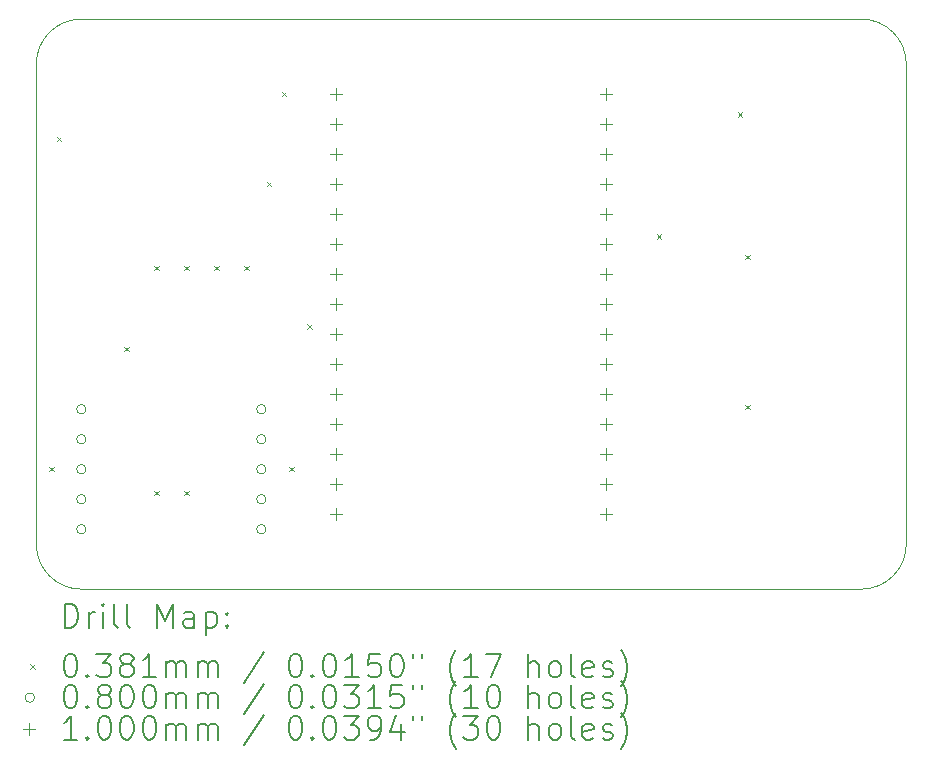
<source format=gbr>
%FSLAX45Y45*%
G04 Gerber Fmt 4.5, Leading zero omitted, Abs format (unit mm)*
G04 Created by KiCad (PCBNEW (5.99.0-9801-g46d71f0d23)) date 2021-03-18 00:24:44*
%MOMM*%
%LPD*%
G01*
G04 APERTURE LIST*
%TA.AperFunction,Profile*%
%ADD10C,0.100000*%
%TD*%
%ADD11C,0.200000*%
%ADD12C,0.038100*%
%ADD13C,0.080000*%
%ADD14C,0.100000*%
G04 APERTURE END LIST*
D10*
X23876000Y-3111500D02*
G75*
G03*
X23495000Y-2730500I-381000J0D01*
G01*
X23495000Y-2730500D02*
X16891000Y-2730500D01*
X23876000Y-7175500D02*
G75*
G02*
X23495000Y-7556500I-381000J0D01*
G01*
X23876000Y-7175500D02*
X23876000Y-3111500D01*
X16510000Y-3111500D02*
G75*
G02*
X16891000Y-2730500I381000J0D01*
G01*
X16891000Y-7556500D02*
X23495000Y-7556500D01*
X16891000Y-7556500D02*
G75*
G02*
X16510000Y-7175500I0J381000D01*
G01*
X16510000Y-3111500D02*
X16510000Y-7175500D01*
D11*
D12*
X16617950Y-6521450D02*
X16656050Y-6559550D01*
X16656050Y-6521450D02*
X16617950Y-6559550D01*
X16681450Y-3727450D02*
X16719550Y-3765550D01*
X16719550Y-3727450D02*
X16681450Y-3765550D01*
X17252950Y-5505450D02*
X17291050Y-5543550D01*
X17291050Y-5505450D02*
X17252950Y-5543550D01*
X17506950Y-4819650D02*
X17545050Y-4857750D01*
X17545050Y-4819650D02*
X17506950Y-4857750D01*
X17506950Y-6724650D02*
X17545050Y-6762750D01*
X17545050Y-6724650D02*
X17506950Y-6762750D01*
X17760950Y-4819650D02*
X17799050Y-4857750D01*
X17799050Y-4819650D02*
X17760950Y-4857750D01*
X17760950Y-6724650D02*
X17799050Y-6762750D01*
X17799050Y-6724650D02*
X17760950Y-6762750D01*
X18014950Y-4819650D02*
X18053050Y-4857750D01*
X18053050Y-4819650D02*
X18014950Y-4857750D01*
X18268950Y-4819650D02*
X18307050Y-4857750D01*
X18307050Y-4819650D02*
X18268950Y-4857750D01*
X18459450Y-4108450D02*
X18497550Y-4146550D01*
X18497550Y-4108450D02*
X18459450Y-4146550D01*
X18586450Y-3346450D02*
X18624550Y-3384550D01*
X18624550Y-3346450D02*
X18586450Y-3384550D01*
X18649950Y-6521450D02*
X18688050Y-6559550D01*
X18688050Y-6521450D02*
X18649950Y-6559550D01*
X18802350Y-5314950D02*
X18840450Y-5353050D01*
X18840450Y-5314950D02*
X18802350Y-5353050D01*
X21761450Y-4552950D02*
X21799550Y-4591050D01*
X21799550Y-4552950D02*
X21761450Y-4591050D01*
X22448450Y-3520450D02*
X22486550Y-3558550D01*
X22486550Y-3520450D02*
X22448450Y-3558550D01*
X22511950Y-4726950D02*
X22550050Y-4765050D01*
X22550050Y-4726950D02*
X22511950Y-4765050D01*
X22511950Y-5996950D02*
X22550050Y-6035050D01*
X22550050Y-5996950D02*
X22511950Y-6035050D01*
D13*
X16931000Y-6032500D02*
G75*
G03*
X16931000Y-6032500I-40000J0D01*
G01*
X16931000Y-6286500D02*
G75*
G03*
X16931000Y-6286500I-40000J0D01*
G01*
X16931000Y-6540500D02*
G75*
G03*
X16931000Y-6540500I-40000J0D01*
G01*
X16931000Y-6794500D02*
G75*
G03*
X16931000Y-6794500I-40000J0D01*
G01*
X16931000Y-7048500D02*
G75*
G03*
X16931000Y-7048500I-40000J0D01*
G01*
X18455000Y-6032500D02*
G75*
G03*
X18455000Y-6032500I-40000J0D01*
G01*
X18455000Y-6286500D02*
G75*
G03*
X18455000Y-6286500I-40000J0D01*
G01*
X18455000Y-6540500D02*
G75*
G03*
X18455000Y-6540500I-40000J0D01*
G01*
X18455000Y-6794500D02*
G75*
G03*
X18455000Y-6794500I-40000J0D01*
G01*
X18455000Y-7048500D02*
G75*
G03*
X18455000Y-7048500I-40000J0D01*
G01*
D14*
X19050000Y-3315500D02*
X19050000Y-3415500D01*
X19000000Y-3365500D02*
X19100000Y-3365500D01*
X19050000Y-3569500D02*
X19050000Y-3669500D01*
X19000000Y-3619500D02*
X19100000Y-3619500D01*
X19050000Y-3823500D02*
X19050000Y-3923500D01*
X19000000Y-3873500D02*
X19100000Y-3873500D01*
X19050000Y-4077500D02*
X19050000Y-4177500D01*
X19000000Y-4127500D02*
X19100000Y-4127500D01*
X19050000Y-4331500D02*
X19050000Y-4431500D01*
X19000000Y-4381500D02*
X19100000Y-4381500D01*
X19050000Y-4585500D02*
X19050000Y-4685500D01*
X19000000Y-4635500D02*
X19100000Y-4635500D01*
X19050000Y-4839500D02*
X19050000Y-4939500D01*
X19000000Y-4889500D02*
X19100000Y-4889500D01*
X19050000Y-5093500D02*
X19050000Y-5193500D01*
X19000000Y-5143500D02*
X19100000Y-5143500D01*
X19050000Y-5347500D02*
X19050000Y-5447500D01*
X19000000Y-5397500D02*
X19100000Y-5397500D01*
X19050000Y-5601500D02*
X19050000Y-5701500D01*
X19000000Y-5651500D02*
X19100000Y-5651500D01*
X19050000Y-5855500D02*
X19050000Y-5955500D01*
X19000000Y-5905500D02*
X19100000Y-5905500D01*
X19050000Y-6109500D02*
X19050000Y-6209500D01*
X19000000Y-6159500D02*
X19100000Y-6159500D01*
X19050000Y-6363500D02*
X19050000Y-6463500D01*
X19000000Y-6413500D02*
X19100000Y-6413500D01*
X19050000Y-6617500D02*
X19050000Y-6717500D01*
X19000000Y-6667500D02*
X19100000Y-6667500D01*
X19050000Y-6871500D02*
X19050000Y-6971500D01*
X19000000Y-6921500D02*
X19100000Y-6921500D01*
X21336000Y-3315500D02*
X21336000Y-3415500D01*
X21286000Y-3365500D02*
X21386000Y-3365500D01*
X21336000Y-3569500D02*
X21336000Y-3669500D01*
X21286000Y-3619500D02*
X21386000Y-3619500D01*
X21336000Y-3823500D02*
X21336000Y-3923500D01*
X21286000Y-3873500D02*
X21386000Y-3873500D01*
X21336000Y-4077500D02*
X21336000Y-4177500D01*
X21286000Y-4127500D02*
X21386000Y-4127500D01*
X21336000Y-4331500D02*
X21336000Y-4431500D01*
X21286000Y-4381500D02*
X21386000Y-4381500D01*
X21336000Y-4585500D02*
X21336000Y-4685500D01*
X21286000Y-4635500D02*
X21386000Y-4635500D01*
X21336000Y-4839500D02*
X21336000Y-4939500D01*
X21286000Y-4889500D02*
X21386000Y-4889500D01*
X21336000Y-5093500D02*
X21336000Y-5193500D01*
X21286000Y-5143500D02*
X21386000Y-5143500D01*
X21336000Y-5347500D02*
X21336000Y-5447500D01*
X21286000Y-5397500D02*
X21386000Y-5397500D01*
X21336000Y-5601500D02*
X21336000Y-5701500D01*
X21286000Y-5651500D02*
X21386000Y-5651500D01*
X21336000Y-5855500D02*
X21336000Y-5955500D01*
X21286000Y-5905500D02*
X21386000Y-5905500D01*
X21336000Y-6109500D02*
X21336000Y-6209500D01*
X21286000Y-6159500D02*
X21386000Y-6159500D01*
X21336000Y-6363500D02*
X21336000Y-6463500D01*
X21286000Y-6413500D02*
X21386000Y-6413500D01*
X21336000Y-6617500D02*
X21336000Y-6717500D01*
X21286000Y-6667500D02*
X21386000Y-6667500D01*
X21336000Y-6871500D02*
X21336000Y-6971500D01*
X21286000Y-6921500D02*
X21386000Y-6921500D01*
D11*
X16752619Y-7881976D02*
X16752619Y-7681976D01*
X16800238Y-7681976D01*
X16828810Y-7691500D01*
X16847857Y-7710548D01*
X16857381Y-7729595D01*
X16866905Y-7767690D01*
X16866905Y-7796262D01*
X16857381Y-7834357D01*
X16847857Y-7853405D01*
X16828810Y-7872452D01*
X16800238Y-7881976D01*
X16752619Y-7881976D01*
X16952619Y-7881976D02*
X16952619Y-7748643D01*
X16952619Y-7786738D02*
X16962143Y-7767690D01*
X16971667Y-7758167D01*
X16990714Y-7748643D01*
X17009762Y-7748643D01*
X17076429Y-7881976D02*
X17076429Y-7748643D01*
X17076429Y-7681976D02*
X17066905Y-7691500D01*
X17076429Y-7701024D01*
X17085952Y-7691500D01*
X17076429Y-7681976D01*
X17076429Y-7701024D01*
X17200238Y-7881976D02*
X17181190Y-7872452D01*
X17171667Y-7853405D01*
X17171667Y-7681976D01*
X17305000Y-7881976D02*
X17285952Y-7872452D01*
X17276429Y-7853405D01*
X17276429Y-7681976D01*
X17533571Y-7881976D02*
X17533571Y-7681976D01*
X17600238Y-7824833D01*
X17666905Y-7681976D01*
X17666905Y-7881976D01*
X17847857Y-7881976D02*
X17847857Y-7777214D01*
X17838333Y-7758167D01*
X17819286Y-7748643D01*
X17781190Y-7748643D01*
X17762143Y-7758167D01*
X17847857Y-7872452D02*
X17828810Y-7881976D01*
X17781190Y-7881976D01*
X17762143Y-7872452D01*
X17752619Y-7853405D01*
X17752619Y-7834357D01*
X17762143Y-7815309D01*
X17781190Y-7805786D01*
X17828810Y-7805786D01*
X17847857Y-7796262D01*
X17943095Y-7748643D02*
X17943095Y-7948643D01*
X17943095Y-7758167D02*
X17962143Y-7748643D01*
X18000238Y-7748643D01*
X18019286Y-7758167D01*
X18028810Y-7767690D01*
X18038333Y-7786738D01*
X18038333Y-7843881D01*
X18028810Y-7862928D01*
X18019286Y-7872452D01*
X18000238Y-7881976D01*
X17962143Y-7881976D01*
X17943095Y-7872452D01*
X18124048Y-7862928D02*
X18133571Y-7872452D01*
X18124048Y-7881976D01*
X18114524Y-7872452D01*
X18124048Y-7862928D01*
X18124048Y-7881976D01*
X18124048Y-7758167D02*
X18133571Y-7767690D01*
X18124048Y-7777214D01*
X18114524Y-7767690D01*
X18124048Y-7758167D01*
X18124048Y-7777214D01*
D12*
X16456900Y-8192450D02*
X16495000Y-8230550D01*
X16495000Y-8192450D02*
X16456900Y-8230550D01*
D11*
X16790714Y-8101976D02*
X16809762Y-8101976D01*
X16828810Y-8111500D01*
X16838333Y-8121024D01*
X16847857Y-8140071D01*
X16857381Y-8178167D01*
X16857381Y-8225786D01*
X16847857Y-8263881D01*
X16838333Y-8282928D01*
X16828810Y-8292452D01*
X16809762Y-8301976D01*
X16790714Y-8301976D01*
X16771667Y-8292452D01*
X16762143Y-8282928D01*
X16752619Y-8263881D01*
X16743095Y-8225786D01*
X16743095Y-8178167D01*
X16752619Y-8140071D01*
X16762143Y-8121024D01*
X16771667Y-8111500D01*
X16790714Y-8101976D01*
X16943095Y-8282928D02*
X16952619Y-8292452D01*
X16943095Y-8301976D01*
X16933571Y-8292452D01*
X16943095Y-8282928D01*
X16943095Y-8301976D01*
X17019286Y-8101976D02*
X17143095Y-8101976D01*
X17076429Y-8178167D01*
X17105000Y-8178167D01*
X17124048Y-8187690D01*
X17133571Y-8197214D01*
X17143095Y-8216262D01*
X17143095Y-8263881D01*
X17133571Y-8282928D01*
X17124048Y-8292452D01*
X17105000Y-8301976D01*
X17047857Y-8301976D01*
X17028810Y-8292452D01*
X17019286Y-8282928D01*
X17257381Y-8187690D02*
X17238333Y-8178167D01*
X17228810Y-8168643D01*
X17219286Y-8149595D01*
X17219286Y-8140071D01*
X17228810Y-8121024D01*
X17238333Y-8111500D01*
X17257381Y-8101976D01*
X17295476Y-8101976D01*
X17314524Y-8111500D01*
X17324048Y-8121024D01*
X17333571Y-8140071D01*
X17333571Y-8149595D01*
X17324048Y-8168643D01*
X17314524Y-8178167D01*
X17295476Y-8187690D01*
X17257381Y-8187690D01*
X17238333Y-8197214D01*
X17228810Y-8206738D01*
X17219286Y-8225786D01*
X17219286Y-8263881D01*
X17228810Y-8282928D01*
X17238333Y-8292452D01*
X17257381Y-8301976D01*
X17295476Y-8301976D01*
X17314524Y-8292452D01*
X17324048Y-8282928D01*
X17333571Y-8263881D01*
X17333571Y-8225786D01*
X17324048Y-8206738D01*
X17314524Y-8197214D01*
X17295476Y-8187690D01*
X17524048Y-8301976D02*
X17409762Y-8301976D01*
X17466905Y-8301976D02*
X17466905Y-8101976D01*
X17447857Y-8130548D01*
X17428810Y-8149595D01*
X17409762Y-8159119D01*
X17609762Y-8301976D02*
X17609762Y-8168643D01*
X17609762Y-8187690D02*
X17619286Y-8178167D01*
X17638333Y-8168643D01*
X17666905Y-8168643D01*
X17685952Y-8178167D01*
X17695476Y-8197214D01*
X17695476Y-8301976D01*
X17695476Y-8197214D02*
X17705000Y-8178167D01*
X17724048Y-8168643D01*
X17752619Y-8168643D01*
X17771667Y-8178167D01*
X17781190Y-8197214D01*
X17781190Y-8301976D01*
X17876429Y-8301976D02*
X17876429Y-8168643D01*
X17876429Y-8187690D02*
X17885952Y-8178167D01*
X17905000Y-8168643D01*
X17933571Y-8168643D01*
X17952619Y-8178167D01*
X17962143Y-8197214D01*
X17962143Y-8301976D01*
X17962143Y-8197214D02*
X17971667Y-8178167D01*
X17990714Y-8168643D01*
X18019286Y-8168643D01*
X18038333Y-8178167D01*
X18047857Y-8197214D01*
X18047857Y-8301976D01*
X18438333Y-8092452D02*
X18266905Y-8349595D01*
X18695476Y-8101976D02*
X18714524Y-8101976D01*
X18733571Y-8111500D01*
X18743095Y-8121024D01*
X18752619Y-8140071D01*
X18762143Y-8178167D01*
X18762143Y-8225786D01*
X18752619Y-8263881D01*
X18743095Y-8282928D01*
X18733571Y-8292452D01*
X18714524Y-8301976D01*
X18695476Y-8301976D01*
X18676429Y-8292452D01*
X18666905Y-8282928D01*
X18657381Y-8263881D01*
X18647857Y-8225786D01*
X18647857Y-8178167D01*
X18657381Y-8140071D01*
X18666905Y-8121024D01*
X18676429Y-8111500D01*
X18695476Y-8101976D01*
X18847857Y-8282928D02*
X18857381Y-8292452D01*
X18847857Y-8301976D01*
X18838333Y-8292452D01*
X18847857Y-8282928D01*
X18847857Y-8301976D01*
X18981190Y-8101976D02*
X19000238Y-8101976D01*
X19019286Y-8111500D01*
X19028810Y-8121024D01*
X19038333Y-8140071D01*
X19047857Y-8178167D01*
X19047857Y-8225786D01*
X19038333Y-8263881D01*
X19028810Y-8282928D01*
X19019286Y-8292452D01*
X19000238Y-8301976D01*
X18981190Y-8301976D01*
X18962143Y-8292452D01*
X18952619Y-8282928D01*
X18943095Y-8263881D01*
X18933571Y-8225786D01*
X18933571Y-8178167D01*
X18943095Y-8140071D01*
X18952619Y-8121024D01*
X18962143Y-8111500D01*
X18981190Y-8101976D01*
X19238333Y-8301976D02*
X19124048Y-8301976D01*
X19181190Y-8301976D02*
X19181190Y-8101976D01*
X19162143Y-8130548D01*
X19143095Y-8149595D01*
X19124048Y-8159119D01*
X19419286Y-8101976D02*
X19324048Y-8101976D01*
X19314524Y-8197214D01*
X19324048Y-8187690D01*
X19343095Y-8178167D01*
X19390714Y-8178167D01*
X19409762Y-8187690D01*
X19419286Y-8197214D01*
X19428810Y-8216262D01*
X19428810Y-8263881D01*
X19419286Y-8282928D01*
X19409762Y-8292452D01*
X19390714Y-8301976D01*
X19343095Y-8301976D01*
X19324048Y-8292452D01*
X19314524Y-8282928D01*
X19552619Y-8101976D02*
X19571667Y-8101976D01*
X19590714Y-8111500D01*
X19600238Y-8121024D01*
X19609762Y-8140071D01*
X19619286Y-8178167D01*
X19619286Y-8225786D01*
X19609762Y-8263881D01*
X19600238Y-8282928D01*
X19590714Y-8292452D01*
X19571667Y-8301976D01*
X19552619Y-8301976D01*
X19533571Y-8292452D01*
X19524048Y-8282928D01*
X19514524Y-8263881D01*
X19505000Y-8225786D01*
X19505000Y-8178167D01*
X19514524Y-8140071D01*
X19524048Y-8121024D01*
X19533571Y-8111500D01*
X19552619Y-8101976D01*
X19695476Y-8101976D02*
X19695476Y-8140071D01*
X19771667Y-8101976D02*
X19771667Y-8140071D01*
X20066905Y-8378167D02*
X20057381Y-8368643D01*
X20038333Y-8340071D01*
X20028810Y-8321024D01*
X20019286Y-8292452D01*
X20009762Y-8244833D01*
X20009762Y-8206738D01*
X20019286Y-8159119D01*
X20028810Y-8130548D01*
X20038333Y-8111500D01*
X20057381Y-8082928D01*
X20066905Y-8073405D01*
X20247857Y-8301976D02*
X20133571Y-8301976D01*
X20190714Y-8301976D02*
X20190714Y-8101976D01*
X20171667Y-8130548D01*
X20152619Y-8149595D01*
X20133571Y-8159119D01*
X20314524Y-8101976D02*
X20447857Y-8101976D01*
X20362143Y-8301976D01*
X20676429Y-8301976D02*
X20676429Y-8101976D01*
X20762143Y-8301976D02*
X20762143Y-8197214D01*
X20752619Y-8178167D01*
X20733571Y-8168643D01*
X20705000Y-8168643D01*
X20685952Y-8178167D01*
X20676429Y-8187690D01*
X20885952Y-8301976D02*
X20866905Y-8292452D01*
X20857381Y-8282928D01*
X20847857Y-8263881D01*
X20847857Y-8206738D01*
X20857381Y-8187690D01*
X20866905Y-8178167D01*
X20885952Y-8168643D01*
X20914524Y-8168643D01*
X20933571Y-8178167D01*
X20943095Y-8187690D01*
X20952619Y-8206738D01*
X20952619Y-8263881D01*
X20943095Y-8282928D01*
X20933571Y-8292452D01*
X20914524Y-8301976D01*
X20885952Y-8301976D01*
X21066905Y-8301976D02*
X21047857Y-8292452D01*
X21038333Y-8273405D01*
X21038333Y-8101976D01*
X21219286Y-8292452D02*
X21200238Y-8301976D01*
X21162143Y-8301976D01*
X21143095Y-8292452D01*
X21133571Y-8273405D01*
X21133571Y-8197214D01*
X21143095Y-8178167D01*
X21162143Y-8168643D01*
X21200238Y-8168643D01*
X21219286Y-8178167D01*
X21228810Y-8197214D01*
X21228810Y-8216262D01*
X21133571Y-8235309D01*
X21305000Y-8292452D02*
X21324048Y-8301976D01*
X21362143Y-8301976D01*
X21381190Y-8292452D01*
X21390714Y-8273405D01*
X21390714Y-8263881D01*
X21381190Y-8244833D01*
X21362143Y-8235309D01*
X21333571Y-8235309D01*
X21314524Y-8225786D01*
X21305000Y-8206738D01*
X21305000Y-8197214D01*
X21314524Y-8178167D01*
X21333571Y-8168643D01*
X21362143Y-8168643D01*
X21381190Y-8178167D01*
X21457381Y-8378167D02*
X21466905Y-8368643D01*
X21485952Y-8340071D01*
X21495476Y-8321024D01*
X21505000Y-8292452D01*
X21514524Y-8244833D01*
X21514524Y-8206738D01*
X21505000Y-8159119D01*
X21495476Y-8130548D01*
X21485952Y-8111500D01*
X21466905Y-8082928D01*
X21457381Y-8073405D01*
D13*
X16495000Y-8475500D02*
G75*
G03*
X16495000Y-8475500I-40000J0D01*
G01*
D11*
X16790714Y-8365976D02*
X16809762Y-8365976D01*
X16828810Y-8375500D01*
X16838333Y-8385024D01*
X16847857Y-8404071D01*
X16857381Y-8442167D01*
X16857381Y-8489786D01*
X16847857Y-8527881D01*
X16838333Y-8546929D01*
X16828810Y-8556452D01*
X16809762Y-8565976D01*
X16790714Y-8565976D01*
X16771667Y-8556452D01*
X16762143Y-8546929D01*
X16752619Y-8527881D01*
X16743095Y-8489786D01*
X16743095Y-8442167D01*
X16752619Y-8404071D01*
X16762143Y-8385024D01*
X16771667Y-8375500D01*
X16790714Y-8365976D01*
X16943095Y-8546929D02*
X16952619Y-8556452D01*
X16943095Y-8565976D01*
X16933571Y-8556452D01*
X16943095Y-8546929D01*
X16943095Y-8565976D01*
X17066905Y-8451690D02*
X17047857Y-8442167D01*
X17038333Y-8432643D01*
X17028810Y-8413595D01*
X17028810Y-8404071D01*
X17038333Y-8385024D01*
X17047857Y-8375500D01*
X17066905Y-8365976D01*
X17105000Y-8365976D01*
X17124048Y-8375500D01*
X17133571Y-8385024D01*
X17143095Y-8404071D01*
X17143095Y-8413595D01*
X17133571Y-8432643D01*
X17124048Y-8442167D01*
X17105000Y-8451690D01*
X17066905Y-8451690D01*
X17047857Y-8461214D01*
X17038333Y-8470738D01*
X17028810Y-8489786D01*
X17028810Y-8527881D01*
X17038333Y-8546929D01*
X17047857Y-8556452D01*
X17066905Y-8565976D01*
X17105000Y-8565976D01*
X17124048Y-8556452D01*
X17133571Y-8546929D01*
X17143095Y-8527881D01*
X17143095Y-8489786D01*
X17133571Y-8470738D01*
X17124048Y-8461214D01*
X17105000Y-8451690D01*
X17266905Y-8365976D02*
X17285952Y-8365976D01*
X17305000Y-8375500D01*
X17314524Y-8385024D01*
X17324048Y-8404071D01*
X17333571Y-8442167D01*
X17333571Y-8489786D01*
X17324048Y-8527881D01*
X17314524Y-8546929D01*
X17305000Y-8556452D01*
X17285952Y-8565976D01*
X17266905Y-8565976D01*
X17247857Y-8556452D01*
X17238333Y-8546929D01*
X17228810Y-8527881D01*
X17219286Y-8489786D01*
X17219286Y-8442167D01*
X17228810Y-8404071D01*
X17238333Y-8385024D01*
X17247857Y-8375500D01*
X17266905Y-8365976D01*
X17457381Y-8365976D02*
X17476429Y-8365976D01*
X17495476Y-8375500D01*
X17505000Y-8385024D01*
X17514524Y-8404071D01*
X17524048Y-8442167D01*
X17524048Y-8489786D01*
X17514524Y-8527881D01*
X17505000Y-8546929D01*
X17495476Y-8556452D01*
X17476429Y-8565976D01*
X17457381Y-8565976D01*
X17438333Y-8556452D01*
X17428810Y-8546929D01*
X17419286Y-8527881D01*
X17409762Y-8489786D01*
X17409762Y-8442167D01*
X17419286Y-8404071D01*
X17428810Y-8385024D01*
X17438333Y-8375500D01*
X17457381Y-8365976D01*
X17609762Y-8565976D02*
X17609762Y-8432643D01*
X17609762Y-8451690D02*
X17619286Y-8442167D01*
X17638333Y-8432643D01*
X17666905Y-8432643D01*
X17685952Y-8442167D01*
X17695476Y-8461214D01*
X17695476Y-8565976D01*
X17695476Y-8461214D02*
X17705000Y-8442167D01*
X17724048Y-8432643D01*
X17752619Y-8432643D01*
X17771667Y-8442167D01*
X17781190Y-8461214D01*
X17781190Y-8565976D01*
X17876429Y-8565976D02*
X17876429Y-8432643D01*
X17876429Y-8451690D02*
X17885952Y-8442167D01*
X17905000Y-8432643D01*
X17933571Y-8432643D01*
X17952619Y-8442167D01*
X17962143Y-8461214D01*
X17962143Y-8565976D01*
X17962143Y-8461214D02*
X17971667Y-8442167D01*
X17990714Y-8432643D01*
X18019286Y-8432643D01*
X18038333Y-8442167D01*
X18047857Y-8461214D01*
X18047857Y-8565976D01*
X18438333Y-8356452D02*
X18266905Y-8613595D01*
X18695476Y-8365976D02*
X18714524Y-8365976D01*
X18733571Y-8375500D01*
X18743095Y-8385024D01*
X18752619Y-8404071D01*
X18762143Y-8442167D01*
X18762143Y-8489786D01*
X18752619Y-8527881D01*
X18743095Y-8546929D01*
X18733571Y-8556452D01*
X18714524Y-8565976D01*
X18695476Y-8565976D01*
X18676429Y-8556452D01*
X18666905Y-8546929D01*
X18657381Y-8527881D01*
X18647857Y-8489786D01*
X18647857Y-8442167D01*
X18657381Y-8404071D01*
X18666905Y-8385024D01*
X18676429Y-8375500D01*
X18695476Y-8365976D01*
X18847857Y-8546929D02*
X18857381Y-8556452D01*
X18847857Y-8565976D01*
X18838333Y-8556452D01*
X18847857Y-8546929D01*
X18847857Y-8565976D01*
X18981190Y-8365976D02*
X19000238Y-8365976D01*
X19019286Y-8375500D01*
X19028810Y-8385024D01*
X19038333Y-8404071D01*
X19047857Y-8442167D01*
X19047857Y-8489786D01*
X19038333Y-8527881D01*
X19028810Y-8546929D01*
X19019286Y-8556452D01*
X19000238Y-8565976D01*
X18981190Y-8565976D01*
X18962143Y-8556452D01*
X18952619Y-8546929D01*
X18943095Y-8527881D01*
X18933571Y-8489786D01*
X18933571Y-8442167D01*
X18943095Y-8404071D01*
X18952619Y-8385024D01*
X18962143Y-8375500D01*
X18981190Y-8365976D01*
X19114524Y-8365976D02*
X19238333Y-8365976D01*
X19171667Y-8442167D01*
X19200238Y-8442167D01*
X19219286Y-8451690D01*
X19228810Y-8461214D01*
X19238333Y-8480262D01*
X19238333Y-8527881D01*
X19228810Y-8546929D01*
X19219286Y-8556452D01*
X19200238Y-8565976D01*
X19143095Y-8565976D01*
X19124048Y-8556452D01*
X19114524Y-8546929D01*
X19428810Y-8565976D02*
X19314524Y-8565976D01*
X19371667Y-8565976D02*
X19371667Y-8365976D01*
X19352619Y-8394548D01*
X19333571Y-8413595D01*
X19314524Y-8423119D01*
X19609762Y-8365976D02*
X19514524Y-8365976D01*
X19505000Y-8461214D01*
X19514524Y-8451690D01*
X19533571Y-8442167D01*
X19581190Y-8442167D01*
X19600238Y-8451690D01*
X19609762Y-8461214D01*
X19619286Y-8480262D01*
X19619286Y-8527881D01*
X19609762Y-8546929D01*
X19600238Y-8556452D01*
X19581190Y-8565976D01*
X19533571Y-8565976D01*
X19514524Y-8556452D01*
X19505000Y-8546929D01*
X19695476Y-8365976D02*
X19695476Y-8404071D01*
X19771667Y-8365976D02*
X19771667Y-8404071D01*
X20066905Y-8642167D02*
X20057381Y-8632643D01*
X20038333Y-8604071D01*
X20028810Y-8585024D01*
X20019286Y-8556452D01*
X20009762Y-8508833D01*
X20009762Y-8470738D01*
X20019286Y-8423119D01*
X20028810Y-8394548D01*
X20038333Y-8375500D01*
X20057381Y-8346928D01*
X20066905Y-8337405D01*
X20247857Y-8565976D02*
X20133571Y-8565976D01*
X20190714Y-8565976D02*
X20190714Y-8365976D01*
X20171667Y-8394548D01*
X20152619Y-8413595D01*
X20133571Y-8423119D01*
X20371667Y-8365976D02*
X20390714Y-8365976D01*
X20409762Y-8375500D01*
X20419286Y-8385024D01*
X20428810Y-8404071D01*
X20438333Y-8442167D01*
X20438333Y-8489786D01*
X20428810Y-8527881D01*
X20419286Y-8546929D01*
X20409762Y-8556452D01*
X20390714Y-8565976D01*
X20371667Y-8565976D01*
X20352619Y-8556452D01*
X20343095Y-8546929D01*
X20333571Y-8527881D01*
X20324048Y-8489786D01*
X20324048Y-8442167D01*
X20333571Y-8404071D01*
X20343095Y-8385024D01*
X20352619Y-8375500D01*
X20371667Y-8365976D01*
X20676429Y-8565976D02*
X20676429Y-8365976D01*
X20762143Y-8565976D02*
X20762143Y-8461214D01*
X20752619Y-8442167D01*
X20733571Y-8432643D01*
X20705000Y-8432643D01*
X20685952Y-8442167D01*
X20676429Y-8451690D01*
X20885952Y-8565976D02*
X20866905Y-8556452D01*
X20857381Y-8546929D01*
X20847857Y-8527881D01*
X20847857Y-8470738D01*
X20857381Y-8451690D01*
X20866905Y-8442167D01*
X20885952Y-8432643D01*
X20914524Y-8432643D01*
X20933571Y-8442167D01*
X20943095Y-8451690D01*
X20952619Y-8470738D01*
X20952619Y-8527881D01*
X20943095Y-8546929D01*
X20933571Y-8556452D01*
X20914524Y-8565976D01*
X20885952Y-8565976D01*
X21066905Y-8565976D02*
X21047857Y-8556452D01*
X21038333Y-8537405D01*
X21038333Y-8365976D01*
X21219286Y-8556452D02*
X21200238Y-8565976D01*
X21162143Y-8565976D01*
X21143095Y-8556452D01*
X21133571Y-8537405D01*
X21133571Y-8461214D01*
X21143095Y-8442167D01*
X21162143Y-8432643D01*
X21200238Y-8432643D01*
X21219286Y-8442167D01*
X21228810Y-8461214D01*
X21228810Y-8480262D01*
X21133571Y-8499310D01*
X21305000Y-8556452D02*
X21324048Y-8565976D01*
X21362143Y-8565976D01*
X21381190Y-8556452D01*
X21390714Y-8537405D01*
X21390714Y-8527881D01*
X21381190Y-8508833D01*
X21362143Y-8499310D01*
X21333571Y-8499310D01*
X21314524Y-8489786D01*
X21305000Y-8470738D01*
X21305000Y-8461214D01*
X21314524Y-8442167D01*
X21333571Y-8432643D01*
X21362143Y-8432643D01*
X21381190Y-8442167D01*
X21457381Y-8642167D02*
X21466905Y-8632643D01*
X21485952Y-8604071D01*
X21495476Y-8585024D01*
X21505000Y-8556452D01*
X21514524Y-8508833D01*
X21514524Y-8470738D01*
X21505000Y-8423119D01*
X21495476Y-8394548D01*
X21485952Y-8375500D01*
X21466905Y-8346928D01*
X21457381Y-8337405D01*
D14*
X16445000Y-8689500D02*
X16445000Y-8789500D01*
X16395000Y-8739500D02*
X16495000Y-8739500D01*
D11*
X16857381Y-8829976D02*
X16743095Y-8829976D01*
X16800238Y-8829976D02*
X16800238Y-8629976D01*
X16781190Y-8658548D01*
X16762143Y-8677595D01*
X16743095Y-8687119D01*
X16943095Y-8810929D02*
X16952619Y-8820452D01*
X16943095Y-8829976D01*
X16933571Y-8820452D01*
X16943095Y-8810929D01*
X16943095Y-8829976D01*
X17076429Y-8629976D02*
X17095476Y-8629976D01*
X17114524Y-8639500D01*
X17124048Y-8649024D01*
X17133571Y-8668071D01*
X17143095Y-8706167D01*
X17143095Y-8753786D01*
X17133571Y-8791881D01*
X17124048Y-8810929D01*
X17114524Y-8820452D01*
X17095476Y-8829976D01*
X17076429Y-8829976D01*
X17057381Y-8820452D01*
X17047857Y-8810929D01*
X17038333Y-8791881D01*
X17028810Y-8753786D01*
X17028810Y-8706167D01*
X17038333Y-8668071D01*
X17047857Y-8649024D01*
X17057381Y-8639500D01*
X17076429Y-8629976D01*
X17266905Y-8629976D02*
X17285952Y-8629976D01*
X17305000Y-8639500D01*
X17314524Y-8649024D01*
X17324048Y-8668071D01*
X17333571Y-8706167D01*
X17333571Y-8753786D01*
X17324048Y-8791881D01*
X17314524Y-8810929D01*
X17305000Y-8820452D01*
X17285952Y-8829976D01*
X17266905Y-8829976D01*
X17247857Y-8820452D01*
X17238333Y-8810929D01*
X17228810Y-8791881D01*
X17219286Y-8753786D01*
X17219286Y-8706167D01*
X17228810Y-8668071D01*
X17238333Y-8649024D01*
X17247857Y-8639500D01*
X17266905Y-8629976D01*
X17457381Y-8629976D02*
X17476429Y-8629976D01*
X17495476Y-8639500D01*
X17505000Y-8649024D01*
X17514524Y-8668071D01*
X17524048Y-8706167D01*
X17524048Y-8753786D01*
X17514524Y-8791881D01*
X17505000Y-8810929D01*
X17495476Y-8820452D01*
X17476429Y-8829976D01*
X17457381Y-8829976D01*
X17438333Y-8820452D01*
X17428810Y-8810929D01*
X17419286Y-8791881D01*
X17409762Y-8753786D01*
X17409762Y-8706167D01*
X17419286Y-8668071D01*
X17428810Y-8649024D01*
X17438333Y-8639500D01*
X17457381Y-8629976D01*
X17609762Y-8829976D02*
X17609762Y-8696643D01*
X17609762Y-8715690D02*
X17619286Y-8706167D01*
X17638333Y-8696643D01*
X17666905Y-8696643D01*
X17685952Y-8706167D01*
X17695476Y-8725214D01*
X17695476Y-8829976D01*
X17695476Y-8725214D02*
X17705000Y-8706167D01*
X17724048Y-8696643D01*
X17752619Y-8696643D01*
X17771667Y-8706167D01*
X17781190Y-8725214D01*
X17781190Y-8829976D01*
X17876429Y-8829976D02*
X17876429Y-8696643D01*
X17876429Y-8715690D02*
X17885952Y-8706167D01*
X17905000Y-8696643D01*
X17933571Y-8696643D01*
X17952619Y-8706167D01*
X17962143Y-8725214D01*
X17962143Y-8829976D01*
X17962143Y-8725214D02*
X17971667Y-8706167D01*
X17990714Y-8696643D01*
X18019286Y-8696643D01*
X18038333Y-8706167D01*
X18047857Y-8725214D01*
X18047857Y-8829976D01*
X18438333Y-8620452D02*
X18266905Y-8877595D01*
X18695476Y-8629976D02*
X18714524Y-8629976D01*
X18733571Y-8639500D01*
X18743095Y-8649024D01*
X18752619Y-8668071D01*
X18762143Y-8706167D01*
X18762143Y-8753786D01*
X18752619Y-8791881D01*
X18743095Y-8810929D01*
X18733571Y-8820452D01*
X18714524Y-8829976D01*
X18695476Y-8829976D01*
X18676429Y-8820452D01*
X18666905Y-8810929D01*
X18657381Y-8791881D01*
X18647857Y-8753786D01*
X18647857Y-8706167D01*
X18657381Y-8668071D01*
X18666905Y-8649024D01*
X18676429Y-8639500D01*
X18695476Y-8629976D01*
X18847857Y-8810929D02*
X18857381Y-8820452D01*
X18847857Y-8829976D01*
X18838333Y-8820452D01*
X18847857Y-8810929D01*
X18847857Y-8829976D01*
X18981190Y-8629976D02*
X19000238Y-8629976D01*
X19019286Y-8639500D01*
X19028810Y-8649024D01*
X19038333Y-8668071D01*
X19047857Y-8706167D01*
X19047857Y-8753786D01*
X19038333Y-8791881D01*
X19028810Y-8810929D01*
X19019286Y-8820452D01*
X19000238Y-8829976D01*
X18981190Y-8829976D01*
X18962143Y-8820452D01*
X18952619Y-8810929D01*
X18943095Y-8791881D01*
X18933571Y-8753786D01*
X18933571Y-8706167D01*
X18943095Y-8668071D01*
X18952619Y-8649024D01*
X18962143Y-8639500D01*
X18981190Y-8629976D01*
X19114524Y-8629976D02*
X19238333Y-8629976D01*
X19171667Y-8706167D01*
X19200238Y-8706167D01*
X19219286Y-8715690D01*
X19228810Y-8725214D01*
X19238333Y-8744262D01*
X19238333Y-8791881D01*
X19228810Y-8810929D01*
X19219286Y-8820452D01*
X19200238Y-8829976D01*
X19143095Y-8829976D01*
X19124048Y-8820452D01*
X19114524Y-8810929D01*
X19333571Y-8829976D02*
X19371667Y-8829976D01*
X19390714Y-8820452D01*
X19400238Y-8810929D01*
X19419286Y-8782357D01*
X19428810Y-8744262D01*
X19428810Y-8668071D01*
X19419286Y-8649024D01*
X19409762Y-8639500D01*
X19390714Y-8629976D01*
X19352619Y-8629976D01*
X19333571Y-8639500D01*
X19324048Y-8649024D01*
X19314524Y-8668071D01*
X19314524Y-8715690D01*
X19324048Y-8734738D01*
X19333571Y-8744262D01*
X19352619Y-8753786D01*
X19390714Y-8753786D01*
X19409762Y-8744262D01*
X19419286Y-8734738D01*
X19428810Y-8715690D01*
X19600238Y-8696643D02*
X19600238Y-8829976D01*
X19552619Y-8620452D02*
X19505000Y-8763310D01*
X19628810Y-8763310D01*
X19695476Y-8629976D02*
X19695476Y-8668071D01*
X19771667Y-8629976D02*
X19771667Y-8668071D01*
X20066905Y-8906167D02*
X20057381Y-8896643D01*
X20038333Y-8868071D01*
X20028810Y-8849024D01*
X20019286Y-8820452D01*
X20009762Y-8772833D01*
X20009762Y-8734738D01*
X20019286Y-8687119D01*
X20028810Y-8658548D01*
X20038333Y-8639500D01*
X20057381Y-8610929D01*
X20066905Y-8601405D01*
X20124048Y-8629976D02*
X20247857Y-8629976D01*
X20181190Y-8706167D01*
X20209762Y-8706167D01*
X20228810Y-8715690D01*
X20238333Y-8725214D01*
X20247857Y-8744262D01*
X20247857Y-8791881D01*
X20238333Y-8810929D01*
X20228810Y-8820452D01*
X20209762Y-8829976D01*
X20152619Y-8829976D01*
X20133571Y-8820452D01*
X20124048Y-8810929D01*
X20371667Y-8629976D02*
X20390714Y-8629976D01*
X20409762Y-8639500D01*
X20419286Y-8649024D01*
X20428810Y-8668071D01*
X20438333Y-8706167D01*
X20438333Y-8753786D01*
X20428810Y-8791881D01*
X20419286Y-8810929D01*
X20409762Y-8820452D01*
X20390714Y-8829976D01*
X20371667Y-8829976D01*
X20352619Y-8820452D01*
X20343095Y-8810929D01*
X20333571Y-8791881D01*
X20324048Y-8753786D01*
X20324048Y-8706167D01*
X20333571Y-8668071D01*
X20343095Y-8649024D01*
X20352619Y-8639500D01*
X20371667Y-8629976D01*
X20676429Y-8829976D02*
X20676429Y-8629976D01*
X20762143Y-8829976D02*
X20762143Y-8725214D01*
X20752619Y-8706167D01*
X20733571Y-8696643D01*
X20705000Y-8696643D01*
X20685952Y-8706167D01*
X20676429Y-8715690D01*
X20885952Y-8829976D02*
X20866905Y-8820452D01*
X20857381Y-8810929D01*
X20847857Y-8791881D01*
X20847857Y-8734738D01*
X20857381Y-8715690D01*
X20866905Y-8706167D01*
X20885952Y-8696643D01*
X20914524Y-8696643D01*
X20933571Y-8706167D01*
X20943095Y-8715690D01*
X20952619Y-8734738D01*
X20952619Y-8791881D01*
X20943095Y-8810929D01*
X20933571Y-8820452D01*
X20914524Y-8829976D01*
X20885952Y-8829976D01*
X21066905Y-8829976D02*
X21047857Y-8820452D01*
X21038333Y-8801405D01*
X21038333Y-8629976D01*
X21219286Y-8820452D02*
X21200238Y-8829976D01*
X21162143Y-8829976D01*
X21143095Y-8820452D01*
X21133571Y-8801405D01*
X21133571Y-8725214D01*
X21143095Y-8706167D01*
X21162143Y-8696643D01*
X21200238Y-8696643D01*
X21219286Y-8706167D01*
X21228810Y-8725214D01*
X21228810Y-8744262D01*
X21133571Y-8763310D01*
X21305000Y-8820452D02*
X21324048Y-8829976D01*
X21362143Y-8829976D01*
X21381190Y-8820452D01*
X21390714Y-8801405D01*
X21390714Y-8791881D01*
X21381190Y-8772833D01*
X21362143Y-8763310D01*
X21333571Y-8763310D01*
X21314524Y-8753786D01*
X21305000Y-8734738D01*
X21305000Y-8725214D01*
X21314524Y-8706167D01*
X21333571Y-8696643D01*
X21362143Y-8696643D01*
X21381190Y-8706167D01*
X21457381Y-8906167D02*
X21466905Y-8896643D01*
X21485952Y-8868071D01*
X21495476Y-8849024D01*
X21505000Y-8820452D01*
X21514524Y-8772833D01*
X21514524Y-8734738D01*
X21505000Y-8687119D01*
X21495476Y-8658548D01*
X21485952Y-8639500D01*
X21466905Y-8610929D01*
X21457381Y-8601405D01*
M02*

</source>
